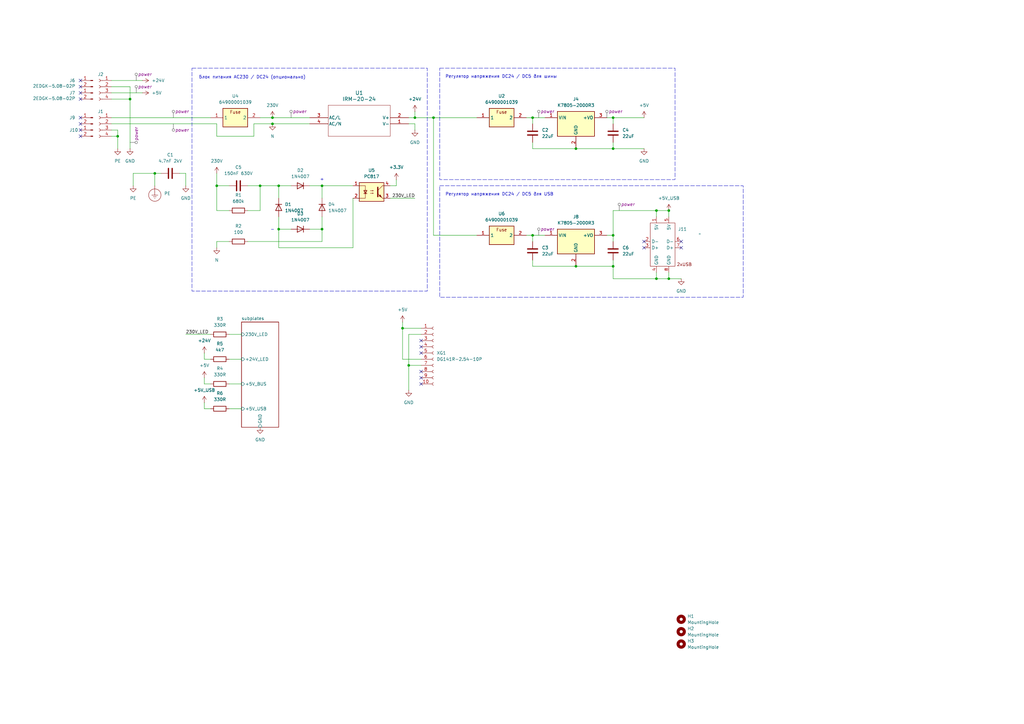
<source format=kicad_sch>
(kicad_sch (version 20231120) (generator "eeschema") (generator_version "8.0")
  (paper "A3")
  (title_block (title "${article} v${version}"))
  (lib_symbols
    (symbol "Mechanical:MountingHole" (pin_names (offset 1.016)) (exclude_from_sim yes) (in_bom no)
      (property "Reference" "H" (at 0 5.08 0))
      (property "Value" "MountingHole" (at 0 3.175 0))
      (symbol "MountingHole_0_1"
        (circle (center 0 0) (radius 1.27) (stroke (width 1.27)))
      )
    )
    (symbol "NextPCB:PC817" (pin_names (offset 1.016))
      (property "Reference" "U" (at -5.08 5.08 0))
      (property "Value" "PC817" (at 0 5.08 0))
      (symbol "PC817_0_1"
        (rectangle (start -5.08 3.81) (end 5.08 -3.81) (stroke (width 0.254)) (fill (type background)))
        (polyline (pts (xy -3.175 -0.635) (xy -1.905 -0.635)) (stroke (width 0.254)))
        (polyline (pts (xy 2.54 0.635) (xy 4.445 2.54)))
        (polyline (pts (xy 4.445 -2.54) (xy 2.54 -0.635)) (fill (type outline)))
        (polyline (pts (xy 4.445 -2.54) (xy 5.08 -2.54)))
        (polyline (pts (xy 4.445 2.54) (xy 5.08 2.54)))
        (polyline (pts (xy -5.08 2.54) (xy -2.54 2.54) (xy -2.54 -0.635)))
        (polyline (pts (xy -2.54 -0.635) (xy -2.54 -2.54) (xy -5.08 -2.54)))
        (polyline (pts (xy 2.54 1.905) (xy 2.54 -1.905) (xy 2.54 -1.905)) (stroke (width 0.508)))
        (polyline (pts (xy -2.54 -0.635) (xy -3.175 0.635) (xy -1.905 0.635) (xy -2.54 -0.635)) (stroke (width 0.254)))
        (polyline (pts (xy -0.508 -0.508) (xy 0.762 -0.508) (xy 0.381 -0.635) (xy 0.381 -0.381) (xy 0.762 -0.508)))
        (polyline (pts (xy -0.508 0.508) (xy 0.762 0.508) (xy 0.381 0.381) (xy 0.381 0.635) (xy 0.762 0.508)))
        (polyline (pts (xy 3.048 -1.651) (xy 3.556 -1.143) (xy 4.064 -2.159) (xy 3.048 -1.651) (xy 3.048 -1.651)) (fill (type outline)))
      )
      (symbol "PC817_1_1"
        (pin passive line (at -7.62 2.54 0) (length 2.54) (name "~") (number "1"))
        (pin passive line (at -7.62 -2.54 0) (length 2.54) (name "~") (number "2"))
        (pin passive line (at 7.62 -2.54 180) (length 2.54) (name "~") (number "3"))
        (pin passive line (at 7.62 2.54 180) (length 2.54) (name "~") (number "4"))
      )
    )
    (symbol "kicad_inventree_lib:1N4007" (pin_numbers hide) (pin_names hide)
      (property "Reference" "D" (at 0 2.54 0))
      (property "Value" "1N4007" (at 0 -2.54 0))
      (symbol "1N4007_0_1"
        (polyline (pts (xy -1.27 1.27) (xy -1.27 -1.27)) (stroke (width 0.254)))
        (polyline (pts (xy 1.27 0) (xy -1.27 0)))
        (polyline (pts (xy 1.27 1.27) (xy 1.27 -1.27) (xy -1.27 0) (xy 1.27 1.27)) (stroke (width 0.254)))
      )
      (symbol "1N4007_1_1"
        (pin passive line (at -3.81 0 0) (length 2.54) (name "K") (number "1"))
        (pin passive line (at 3.81 0 180) (length 2.54) (name "A") (number "2"))
      )
    )
    (symbol "kicad_inventree_lib:C_150nF_630V_1210" (pin_numbers hide) (pin_names (offset 0.254))
      (property "Reference" "C" (at 0.635 2.54 0))
      (property "Value" "150nF 630V" (at 0.635 -2.54 0))
      (symbol "C_150nF_630V_1210_0_1"
        (polyline (pts (xy -2.032 -0.762) (xy 2.032 -0.762)) (stroke (width 0.508)))
        (polyline (pts (xy -2.032 0.762) (xy 2.032 0.762)) (stroke (width 0.508)))
      )
      (symbol "C_150nF_630V_1210_1_1"
        (pin passive line (at 0 3.81 270) (length 2.794) (name "~") (number "1"))
        (pin passive line (at 0 -3.81 90) (length 2.794) (name "~") (number "2"))
      )
    )
    (symbol "kicad_inventree_lib:C_22uF_50V_2220" (pin_numbers hide) (pin_names (offset 0.254))
      (property "Reference" "C" (at 0.635 2.54 0))
      (property "Value" "22uF" (at 0.635 -2.54 0))
      (symbol "C_22uF_50V_2220_0_1"
        (polyline (pts (xy -2.032 -0.762) (xy 2.032 -0.762)) (stroke (width 0.508)))
        (polyline (pts (xy -2.032 0.762) (xy 2.032 0.762)) (stroke (width 0.508)))
      )
      (symbol "C_22uF_50V_2220_1_1"
        (pin passive line (at 0 3.81 270) (length 2.794) (name "~") (number "1"))
        (pin passive line (at 0 -3.81 90) (length 2.794) (name "~") (number "2"))
      )
    )
    (symbol "kicad_inventree_lib:C_4.7nF_2kV_1812" (pin_numbers hide) (pin_names (offset 0.254))
      (property "Reference" "C" (at 0.635 2.54 0))
      (property "Value" "4.7nF 2kV" (at 0.635 -2.54 0))
      (symbol "C_4.7nF_2kV_1812_0_1"
        (polyline (pts (xy -2.032 -0.762) (xy 2.032 -0.762)) (stroke (width 0.508)))
        (polyline (pts (xy -2.032 0.762) (xy 2.032 0.762)) (stroke (width 0.508)))
      )
      (symbol "C_4.7nF_2kV_1812_1_1"
        (pin passive line (at 0 3.81 270) (length 2.794) (name "~") (number "1"))
        (pin passive line (at 0 -3.81 90) (length 2.794) (name "~") (number "2"))
      )
    )
    (symbol "kicad_inventree_lib:DG141R-2.54-10P" (pin_names (offset 1.016) hide)
      (property "Reference" "XG" (at 0 12.7 0))
      (property "Value" "DG141R-2.54-10P" (at 0 -15.24 0))
      (symbol "DG141R-2.54-10P_1_1"
        (arc (start 0 -12.192) (mid -0.5058 -12.7) (end 0 -13.208) (stroke (width 0.1524)))
        (arc (start 0 -9.652) (mid -0.5058 -10.16) (end 0 -10.668) (stroke (width 0.1524)))
        (arc (start 0 -7.112) (mid -0.5058 -7.62) (end 0 -8.128) (stroke (width 0.1524)))
        (arc (start 0 -4.572) (mid -0.5058 -5.08) (end 0 -5.588) (stroke (width 0.1524)))
        (arc (start 0 -2.032) (mid -0.5058 -2.54) (end 0 -3.048) (stroke (width 0.1524)))
        (polyline (pts (xy -1.27 -12.7) (xy -0.508 -12.7)) (stroke (width 0.1524)))
        (polyline (pts (xy -1.27 -10.16) (xy -0.508 -10.16)) (stroke (width 0.1524)))
        (polyline (pts (xy -1.27 -7.62) (xy -0.508 -7.62)) (stroke (width 0.1524)))
        (polyline (pts (xy -1.27 -5.08) (xy -0.508 -5.08)) (stroke (width 0.1524)))
        (polyline (pts (xy -1.27 -2.54) (xy -0.508 -2.54)) (stroke (width 0.1524)))
        (polyline (pts (xy -1.27 0) (xy -0.508 0)) (stroke (width 0.1524)))
        (polyline (pts (xy -1.27 2.54) (xy -0.508 2.54)) (stroke (width 0.1524)))
        (polyline (pts (xy -1.27 5.08) (xy -0.508 5.08)) (stroke (width 0.1524)))
        (polyline (pts (xy -1.27 7.62) (xy -0.508 7.62)) (stroke (width 0.1524)))
        (polyline (pts (xy -1.27 10.16) (xy -0.508 10.16)) (stroke (width 0.1524)))
        (arc (start 0 0.508) (mid -0.5058 0) (end 0 -0.508) (stroke (width 0.1524)))
        (arc (start 0 3.048) (mid -0.5058 2.54) (end 0 2.032) (stroke (width 0.1524)))
        (arc (start 0 5.588) (mid -0.5058 5.08) (end 0 4.572) (stroke (width 0.1524)))
        (arc (start 0 8.128) (mid -0.5058 7.62) (end 0 7.112) (stroke (width 0.1524)))
        (arc (start 0 10.668) (mid -0.5058 10.16) (end 0 9.652) (stroke (width 0.1524)))
        (pin passive line (at -5.08 10.16 0) (length 3.81) (name "Pin_1") (number "1"))
        (pin passive line (at -5.08 -12.7 0) (length 3.81) (name "Pin_10") (number "10"))
        (pin passive line (at -5.08 7.62 0) (length 3.81) (name "Pin_2") (number "2"))
        (pin passive line (at -5.08 5.08 0) (length 3.81) (name "Pin_3") (number "3"))
        (pin passive line (at -5.08 2.54 0) (length 3.81) (name "Pin_4") (number "4"))
        (pin passive line (at -5.08 0 0) (length 3.81) (name "Pin_5") (number "5"))
        (pin passive line (at -5.08 -2.54 0) (length 3.81) (name "Pin_6") (number "6"))
        (pin passive line (at -5.08 -5.08 0) (length 3.81) (name "Pin_7") (number "7"))
        (pin passive line (at -5.08 -7.62 0) (length 3.81) (name "Pin_8") (number "8"))
        (pin passive line (at -5.08 -10.16 0) (length 3.81) (name "Pin_9") (number "9"))
      )
    )
    (symbol "kicad_inventree_lib:Degson_2EDGK-5.08-02P" (pin_names (offset 1.016) hide) (on_board no)
      (property "Reference" "J" (at 0 2.54 0))
      (property "Value" "2EDGK-5.08-02P" (at 0 -5.08 0))
      (symbol "Degson_2EDGK-5.08-02P_1_1"
        (rectangle (start -4.2164 -2.413) (end -5.08 -2.667) (stroke (width 0.1524)) (fill (type outline)))
        (rectangle (start -4.2164 0.127) (end -5.08 -0.127) (stroke (width 0.1524)) (fill (type outline)))
        (polyline (pts (xy -3.81 -2.54) (xy -4.2164 -2.54)) (stroke (width 0.1524)))
        (polyline (pts (xy -3.81 0) (xy -4.2164 0)) (stroke (width 0.1524)))
        (pin passive line (at 0 0 180) (length 3.81) (name "Pin_1") (number "1"))
        (pin passive line (at 0 -2.54 180) (length 3.81) (name "Pin_2") (number "2"))
      )
    )
    (symbol "kicad_inventree_lib:Degson_2EDGR-5.08-04P" (pin_names (offset 1.016) hide)
      (property "Reference" "J" (at 0 5.334 0))
      (property "Value" "2EDGR-5.08-04P" (at -0.254 2.794 0))
      (symbol "Degson_2EDGR-5.08-04P_1_1"
        (polyline (pts (xy 1.27 -7.62) (xy 2.032 -7.62)) (stroke (width 0.1524)))
        (polyline (pts (xy 1.27 -5.08) (xy 2.032 -5.08)) (stroke (width 0.1524)))
        (polyline (pts (xy 1.27 -2.54) (xy 2.032 -2.54)) (stroke (width 0.1524)))
        (polyline (pts (xy 1.27 0) (xy 2.032 0)) (stroke (width 0.1524)))
        (arc (start 2.54 -7.112) (mid 2.0342 -7.62) (end 2.54 -8.128) (stroke (width 0.1524)))
        (arc (start 2.54 -4.572) (mid 2.0342 -5.08) (end 2.54 -5.588) (stroke (width 0.1524)))
        (arc (start 2.54 -2.032) (mid 2.0342 -2.54) (end 2.54 -3.048) (stroke (width 0.1524)))
        (arc (start 2.54 0.508) (mid 2.0342 0) (end 2.54 -0.508) (stroke (width 0.1524)))
        (pin passive line (at -2.54 0 0) (length 3.81) (name "Pin_1") (number "1"))
        (pin passive line (at -2.54 -2.54 0) (length 3.81) (name "Pin_2") (number "2"))
        (pin passive line (at -2.54 -5.08 0) (length 3.81) (name "Pin_3") (number "3"))
        (pin passive line (at -2.54 -7.62 0) (length 3.81) (name "Pin_4") (number "4"))
      )
    )
    (symbol "kicad_inventree_lib:Fuseholder"
      (property "Reference" "U" (at -0.762 5.588 0))
      (property "Value" "64900001039" (at -6.35 3.302 0))
      (symbol "Fuseholder_1_1"
        (rectangle (start -5.08 0) (end 5.08 -7.62) (stroke (width 0.254)) (fill (type background)))
        (text "Fuse" (at 0 -1.524 0) (effects (font (size 1.27 1.27))))
        (pin passive line (at -10.16 -3.81 0) (length 5.08) (name "1") (number "1"))
        (pin passive line (at 10.16 -3.81 180) (length 5.08) (name "2") (number "2"))
      )
    )
    (symbol "kicad_inventree_lib:IRM-20-24" (pin_names (offset 0.254))
      (property "Reference" "U" (at 0 5.08 0))
      (property "Value" "IRM-20-24" (at 0 2.54 0))
      (symbol "IRM-20-24_0_1"
        (polyline (pts (xy -12.7 -12.7) (xy 12.7 -12.7)) (stroke (width 0.127)))
        (polyline (pts (xy -12.7 0) (xy -12.7 -12.7)) (stroke (width 0.127)))
        (polyline (pts (xy 12.7 -12.7) (xy 12.7 0)) (stroke (width 0.127)))
        (polyline (pts (xy 12.7 0) (xy -12.7 0)) (stroke (width 0.127)))
        (pin power_in line (at 20.32 -7.62 180) (length 7.62) (name "V-") (number "1"))
        (pin power_in line (at 20.32 -5.08 180) (length 7.62) (name "V+") (number "2"))
        (pin unspecified line (at -20.32 -5.08 0) (length 7.62) (name "AC/L") (number "3"))
        (pin unspecified line (at -20.32 -7.62 0) (length 7.62) (name "AC/N") (number "4"))
      )
    )
    (symbol "kicad_inventree_lib:K7805-2000R3"
      (property "Reference" "J" (at -0.762 6.35 0))
      (property "Value" "K7805-2000R3" (at -7.112 3.556 0))
      (symbol "K7805-2000R3_1_1"
        (rectangle (start -7.62 0) (end 7.62 -10.16) (stroke (width 0.254)) (fill (type background)))
        (pin passive line (at -12.7 -2.54 0) (length 5.08) (name "VIN") (number "1"))
        (pin passive line (at 0 -15.24 90) (length 5.08) (name "GND") (number "2"))
        (pin passive line (at 12.7 -2.54 180) (length 5.08) (name "+VO") (number "3"))
      )
    )
    (symbol "kicad_inventree_lib:PE" (pin_numbers hide) (pin_names (offset 0) hide) (in_bom no)
      (property "Value" "PE" (at 0 -7.62 0))
      (symbol "PE_0_1"
        (circle (center 0 -3.81) (radius 2.54))
        (polyline (pts (xy -0.635 -4.445) (xy 0.635 -4.445)))
        (polyline (pts (xy -0.127 -5.08) (xy 0.127 -5.08)))
        (polyline (pts (xy 0 -3.81) (xy 0 0)))
        (polyline (pts (xy 1.27 -3.81) (xy -1.27 -3.81)))
      )
      (symbol "PE_1_1"
        (pin power_in line (at 0 0 270) (length 0) (name "~") (number "1"))
      )
    )
    (symbol "kicad_inventree_lib:R_100_1206_1%" (pin_numbers hide) (pin_names (offset 0))
      (property "Reference" "R" (at 2.032 0 90))
      (property "Value" "100" (at 0 0 90))
      (symbol "R_100_1206_1%_0_1"
        (rectangle (start -1.016 -2.54) (end 1.016 2.54) (stroke (width 0.254)))
      )
      (symbol "R_100_1206_1%_1_1"
        (pin passive line (at 0 3.81 270) (length 1.27) (name "~") (number "1"))
        (pin passive line (at 0 -3.81 90) (length 1.27) (name "~") (number "2"))
      )
    )
    (symbol "kicad_inventree_lib:R_330R_1206_1%" (pin_numbers hide) (pin_names (offset 0))
      (property "Reference" "R" (at 2.032 0 90))
      (property "Value" "330R" (at 0 0 90))
      (symbol "R_330R_1206_1%_0_1"
        (rectangle (start -1.016 -2.54) (end 1.016 2.54) (stroke (width 0.254)))
      )
      (symbol "R_330R_1206_1%_1_1"
        (pin passive line (at 0 3.81 270) (length 1.27) (name "~") (number "1"))
        (pin passive line (at 0 -3.81 90) (length 1.27) (name "~") (number "2"))
      )
    )
    (symbol "kicad_inventree_lib:R_4k7_1206_1%" (pin_numbers hide) (pin_names (offset 0))
      (property "Reference" "R" (at 2.032 0 90))
      (property "Value" "4k7" (at 0 0 90))
      (symbol "R_4k7_1206_1%_0_1"
        (rectangle (start -1.016 -2.54) (end 1.016 2.54) (stroke (width 0.254)))
      )
      (symbol "R_4k7_1206_1%_1_1"
        (pin passive line (at 0 3.81 270) (length 1.27) (name "~") (number "1"))
        (pin passive line (at 0 -3.81 90) (length 1.27) (name "~") (number "2"))
      )
    )
    (symbol "kicad_inventree_lib:R_680k_1206_1%" (pin_numbers hide) (pin_names (offset 0))
      (property "Reference" "R" (at 2.032 0 90))
      (property "Value" "680k" (at 0 0 90))
      (symbol "R_680k_1206_1%_0_1"
        (rectangle (start -1.016 -2.54) (end 1.016 2.54) (stroke (width 0.254)))
      )
      (symbol "R_680k_1206_1%_1_1"
        (pin passive line (at 0 3.81 270) (length 1.27) (name "~") (number "1"))
        (pin passive line (at 0 -3.81 90) (length 1.27) (name "~") (number "2"))
      )
    )
    (symbol "kicad_inventree_lib:XKB_U224-081N-1WR61"
      (property "Reference" "J" (at 6.858 -8.382 0))
      (symbol "XKB_U224-081N-1WR61_0_1"
        (rectangle (start -5.08 -7.62) (end 5.08 -25.4))
      )
      (symbol "XKB_U224-081N-1WR61_1_1"
        (text "2xUSB" (at 8.89 -24.638 0) (effects (font (size 1.27 1.27))))
        (pin input line (at -2.54 -5.08 270) (length 2.54) (name "5V") (number "1"))
        (pin input line (at -7.62 -15.24 0) (length 2.54) (name "D-") (number "2"))
        (pin input line (at -7.62 -17.78 0) (length 2.54) (name "D+") (number "3"))
        (pin input line (at -2.54 -27.94 90) (length 2.54) (name "GND") (number "4"))
        (pin input line (at 2.54 -5.08 270) (length 2.54) (name "5V") (number "5"))
        (pin input line (at 7.62 -15.24 180) (length 2.54) (name "D-") (number "6"))
        (pin input line (at 7.62 -17.78 180) (length 2.54) (name "D+") (number "7"))
        (pin input line (at 2.54 -27.94 90) (length 2.54) (name "GND") (number "8"))
      )
    )
    (symbol "power:+24V" (power) (pin_numbers hide) (pin_names (offset 0) hide)
      (property "Value" "+24V" (at 0 3.556 0))
      (symbol "+24V_0_1"
        (polyline (pts (xy -0.762 1.27) (xy 0 2.54)))
        (polyline (pts (xy 0 0) (xy 0 2.54)))
        (polyline (pts (xy 0 2.54) (xy 0.762 1.27)))
      )
      (symbol "+24V_1_1"
        (pin power_in line (at 0 0 90) (length 0) (name "~") (number "1"))
      )
    )
    (symbol "power:+3.3V" (power) (pin_numbers hide) (pin_names (offset 0) hide)
      (property "Value" "+3.3V" (at 0 3.556 0))
      (symbol "+3.3V_0_1"
        (polyline (pts (xy -0.762 1.27) (xy 0 2.54)))
        (polyline (pts (xy 0 0) (xy 0 2.54)))
        (polyline (pts (xy 0 2.54) (xy 0.762 1.27)))
      )
      (symbol "+3.3V_1_1"
        (pin power_in line (at 0 0 90) (length 0) (name "~") (number "1"))
      )
    )
    (symbol "power:+5V" (power) (pin_numbers hide) (pin_names (offset 0) hide)
      (property "Value" "+5V" (at 0 3.556 0))
      (symbol "+5V_0_1"
        (polyline (pts (xy -0.762 1.27) (xy 0 2.54)))
        (polyline (pts (xy 0 0) (xy 0 2.54)))
        (polyline (pts (xy 0 2.54) (xy 0.762 1.27)))
      )
      (symbol "+5V_1_1"
        (pin power_in line (at 0 0 90) (length 0) (name "~") (number "1"))
      )
    )
    (symbol "power:GND" (power) (pin_numbers hide) (pin_names (offset 0) hide)
      (property "Value" "GND" (at 0 -3.81 0))
      (symbol "GND_0_1"
        (polyline (pts (xy 0 0) (xy 0 -1.27) (xy 1.27 -1.27) (xy 0 -2.54) (xy -1.27 -1.27) (xy 0 -1.27)))
      )
      (symbol "GND_1_1"
        (pin power_in line (at 0 0 270) (length 0) (name "~") (number "1"))
      )
    )
  )
  (junction (at 274.32 114.3))
  (junction (at 218.44 48.26))
  (junction (at 170.18 48.26))
  (junction (at 236.22 60.96))
  (junction (at 53.34 40.64))
  (junction (at 132.08 93.98))
  (junction (at 114.3 76.2))
  (junction (at 111.76 48.26))
  (junction (at 88.9 76.2))
  (junction (at 48.26 55.88))
  (junction (at 251.46 96.52))
  (junction (at 251.46 109.22))
  (junction (at 63.5 71.12))
  (junction (at 165.1 134.62))
  (junction (at 269.24 86.36))
  (junction (at 274.32 86.36))
  (junction (at 177.8 48.26))
  (junction (at 167.64 149.86))
  (junction (at 132.08 76.2))
  (junction (at 251.46 60.96))
  (junction (at 269.24 114.3))
  (junction (at 236.22 109.22))
  (junction (at 251.46 48.26))
  (junction (at 111.76 50.8))
  (junction (at 114.3 93.98))
  (junction (at 106.68 76.2))
  (junction (at 218.44 96.52))
  (no_connect (at 279.4 99.06))
  (no_connect (at 33.02 53.34))
  (no_connect (at 33.02 40.64))
  (no_connect (at 172.72 139.7))
  (no_connect (at 264.16 99.06))
  (no_connect (at 172.72 152.4))
  (no_connect (at 172.72 154.94))
  (no_connect (at 33.02 33.02))
  (no_connect (at 33.02 50.8))
  (no_connect (at 33.02 35.56))
  (no_connect (at 264.16 101.6))
  (no_connect (at 33.02 38.1))
  (no_connect (at 279.4 101.6))
  (no_connect (at 172.72 142.24))
  (no_connect (at 172.72 144.78))
  (no_connect (at 33.02 55.88))
  (no_connect (at 33.02 48.26))
  (no_connect (at 172.72 157.48))
  (wire (pts (xy 48.26 53.34) (xy 45.72 53.34)))
  (wire (pts (xy 172.72 137.16) (xy 167.64 137.16)))
  (wire (pts (xy 53.34 40.64) (xy 53.34 35.56)))
  (wire (pts (xy 48.26 60.96) (xy 48.26 55.88)))
  (wire (pts (xy 114.3 88.9) (xy 114.3 93.98)))
  (wire (pts (xy 215.9 48.26) (xy 218.44 48.26)))
  (wire (pts (xy 54.61 71.12) (xy 63.5 71.12)))
  (wire (pts (xy 132.08 76.2) (xy 144.78 76.2)))
  (wire (pts (xy 274.32 111.76) (xy 274.32 114.3)))
  (wire (pts (xy 86.36 147.32) (xy 83.82 147.32)))
  (wire (pts (xy 251.46 58.42) (xy 251.46 60.96)))
  (wire (pts (xy 104.14 50.8) (xy 111.76 50.8)))
  (wire (pts (xy 162.56 76.2) (xy 160.02 76.2)))
  (wire (pts (xy 88.9 50.8) (xy 88.9 55.88)))
  (wire (pts (xy 63.5 71.12) (xy 63.5 76.2)))
  (wire (pts (xy 53.34 35.56) (xy 45.72 35.56)))
  (wire (pts (xy 218.44 60.96) (xy 236.22 60.96)))
  (wire (pts (xy 83.82 154.94) (xy 83.82 157.48)))
  (wire (pts (xy 104.14 50.8) (xy 104.14 55.88)))
  (wire (pts (xy 167.64 137.16) (xy 167.64 149.86)))
  (wire (pts (xy 114.3 76.2) (xy 114.3 81.28)))
  (wire (pts (xy 269.24 86.36) (xy 269.24 88.9)))
  (wire (pts (xy 251.46 96.52) (xy 251.46 99.06)))
  (wire (pts (xy 167.64 48.26) (xy 170.18 48.26)))
  (wire (pts (xy 132.08 93.98) (xy 132.08 88.9)))
  (wire (pts (xy 93.98 147.32) (xy 99.06 147.32)))
  (wire (pts (xy 106.68 48.26) (xy 111.76 48.26)))
  (wire (pts (xy 251.46 114.3) (xy 269.24 114.3)))
  (wire (pts (xy 101.6 99.06) (xy 132.08 99.06)))
  (wire (pts (xy 76.2 137.16) (xy 86.36 137.16)))
  (wire (pts (xy 165.1 134.62) (xy 165.1 132.08)))
  (wire (pts (xy 114.3 76.2) (xy 119.38 76.2)))
  (wire (pts (xy 88.9 99.06) (xy 93.98 99.06)))
  (wire (pts (xy 144.78 101.6) (xy 144.78 81.28)))
  (wire (pts (xy 48.26 55.88) (xy 48.26 53.34)))
  (wire (pts (xy 218.44 48.26) (xy 223.52 48.26)))
  (wire (pts (xy 93.98 137.16) (xy 99.06 137.16)))
  (wire (pts (xy 45.72 38.1) (xy 58.42 38.1)))
  (wire (pts (xy 111.76 48.26) (xy 127 48.26)))
  (wire (pts (xy 251.46 48.26) (xy 251.46 50.8)))
  (wire (pts (xy 236.22 60.96) (xy 251.46 60.96)))
  (wire (pts (xy 274.32 88.9) (xy 274.32 86.36)))
  (wire (pts (xy 114.3 93.98) (xy 119.38 93.98)))
  (wire (pts (xy 106.68 76.2) (xy 114.3 76.2)))
  (wire (pts (xy 167.64 149.86) (xy 172.72 149.86)))
  (wire (pts (xy 93.98 167.64) (xy 99.06 167.64)))
  (wire (pts (xy 132.08 99.06) (xy 132.08 93.98)))
  (wire (pts (xy 274.32 114.3) (xy 279.4 114.3)))
  (wire (pts (xy 218.44 109.22) (xy 236.22 109.22)))
  (wire (pts (xy 88.9 86.36) (xy 88.9 76.2)))
  (wire (pts (xy 111.76 50.8) (xy 127 50.8)))
  (wire (pts (xy 106.68 86.36) (xy 106.68 76.2)))
  (wire (pts (xy 218.44 96.52) (xy 218.44 99.06)))
  (wire (pts (xy 170.18 50.8) (xy 170.18 53.34)))
  (wire (pts (xy 269.24 114.3) (xy 274.32 114.3)))
  (wire (pts (xy 93.98 86.36) (xy 88.9 86.36)))
  (wire (pts (xy 172.72 147.32) (xy 165.1 147.32)))
  (wire (pts (xy 167.64 149.86) (xy 167.64 160.02)))
  (wire (pts (xy 127 93.98) (xy 132.08 93.98)))
  (wire (pts (xy 45.72 40.64) (xy 53.34 40.64)))
  (wire (pts (xy 218.44 109.22) (xy 218.44 106.68)))
  (wire (pts (xy 114.3 101.6) (xy 144.78 101.6)))
  (wire (pts (xy 88.9 55.88) (xy 104.14 55.88)))
  (wire (pts (xy 218.44 48.26) (xy 218.44 50.8)))
  (wire (pts (xy 177.8 48.26) (xy 195.58 48.26)))
  (wire (pts (xy 114.3 101.6) (xy 114.3 93.98)))
  (wire (pts (xy 45.72 48.26) (xy 86.36 48.26)))
  (wire (pts (xy 160.02 81.28) (xy 170.18 81.28)))
  (wire (pts (xy 83.82 165.1) (xy 83.82 167.64)))
  (wire (pts (xy 177.8 96.52) (xy 177.8 48.26)))
  (wire (pts (xy 45.72 55.88) (xy 48.26 55.88)))
  (wire (pts (xy 76.2 71.12) (xy 76.2 76.2)))
  (wire (pts (xy 195.58 96.52) (xy 177.8 96.52)))
  (wire (pts (xy 101.6 76.2) (xy 106.68 76.2)))
  (wire (pts (xy 83.82 147.32) (xy 83.82 144.78)))
  (wire (pts (xy 54.61 76.2) (xy 54.61 71.12)))
  (wire (pts (xy 248.92 48.26) (xy 251.46 48.26)))
  (wire (pts (xy 251.46 86.36) (xy 251.46 96.52)))
  (wire (pts (xy 170.18 48.26) (xy 170.18 45.72)))
  (wire (pts (xy 165.1 147.32) (xy 165.1 134.62)))
  (wire (pts (xy 251.46 48.26) (xy 264.16 48.26)))
  (wire (pts (xy 162.56 73.66) (xy 162.56 76.2)))
  (wire (pts (xy 269.24 86.36) (xy 251.46 86.36)))
  (wire (pts (xy 218.44 96.52) (xy 223.52 96.52)))
  (wire (pts (xy 269.24 111.76) (xy 269.24 114.3)))
  (wire (pts (xy 83.82 157.48) (xy 86.36 157.48)))
  (wire (pts (xy 73.66 71.12) (xy 76.2 71.12)))
  (wire (pts (xy 132.08 81.28) (xy 132.08 76.2)))
  (wire (pts (xy 251.46 106.68) (xy 251.46 109.22)))
  (wire (pts (xy 170.18 48.26) (xy 177.8 48.26)))
  (wire (pts (xy 66.04 71.12) (xy 63.5 71.12)))
  (wire (pts (xy 93.98 157.48) (xy 99.06 157.48)))
  (wire (pts (xy 215.9 96.52) (xy 218.44 96.52)))
  (wire (pts (xy 248.92 96.52) (xy 251.46 96.52)))
  (wire (pts (xy 45.72 33.02) (xy 58.42 33.02)))
  (wire (pts (xy 236.22 109.22) (xy 251.46 109.22)))
  (wire (pts (xy 101.6 86.36) (xy 106.68 86.36)))
  (wire (pts (xy 45.72 50.8) (xy 88.9 50.8)))
  (wire (pts (xy 88.9 76.2) (xy 88.9 71.12)))
  (wire (pts (xy 132.08 76.2) (xy 127 76.2)))
  (wire (pts (xy 53.34 40.64) (xy 53.34 60.96)))
  (wire (pts (xy 274.32 86.36) (xy 269.24 86.36)))
  (wire (pts (xy 83.82 167.64) (xy 86.36 167.64)))
  (wire (pts (xy 172.72 134.62) (xy 165.1 134.62)))
  (wire (pts (xy 93.98 76.2) (xy 88.9 76.2)))
  (wire (pts (xy 167.64 50.8) (xy 170.18 50.8)))
  (wire (pts (xy 251.46 60.96) (xy 264.16 60.96)))
  (wire (pts (xy 251.46 114.3) (xy 251.46 109.22)))
  (wire (pts (xy 88.9 101.6) (xy 88.9 99.06)))
  (wire (pts (xy 218.44 60.96) (xy 218.44 58.42)))
  (rectangle (start 180.34 27.94) (end 276.86 73.66) (stroke (width 0) (type dash)))
  (rectangle (start 78.74 27.94) (end 175.26 119.38) (stroke (width 0) (type dash)))
  (rectangle (start 180.34 76.2) (end 304.8 121.92) (stroke (width 0) (type dash)))
  (text "-" (at 111.76 94.234 0) (effects (font (size 1.27 1.27))))
  (text "Блок питания AC230 / DC24 (опционально)" (at 81.534 31.75 0) (effects (font (size 1.27 1.27)) (justify left)))
  (text "Регулятор напряжения DC24 / DC5 для шины" (at 182.626 31.496 0) (effects (font (size 1.27 1.27)) (justify left)))
  (text "Регулятор напряжения DC24 / DC5 для USB" (at 182.626 79.756 0) (effects (font (size 1.27 1.27)) (justify left)))
  (text "+" (at 132.08 73.66 0) (effects (font (size 1.27 1.27))))
  (label "230V_LED" (at 170.18 81.28 180))
  (label "230V_LED" (at 76.2 137.16 0))
  (netclass_flag "" (length 2.54) (shape round) (at 55.88 38.1 0) (property "Netclass" "power" (at 56.5785 35.56 0) (effects (font (italic yes)) (justify left))))
  (netclass_flag "" (length 2.54) (shape round) (at 55.88 33.02 0) (property "Netclass" "power" (at 56.5785 30.48 0) (effects (font (italic yes)) (justify left))))
  (netclass_flag "" (length 2.54) (shape round) (at 53.34 58.42 270) (property "Netclass" "power" (at 55.88 57.7215 90) (effects (font (italic yes)) (justify left))))
  (netclass_flag "" (length 2.54) (shape round) (at 220.98 48.26 0) (property "Netclass" "power" (at 221.6785 45.72 0) (effects (font (italic yes)) (justify left))))
  (netclass_flag "" (length 2.54) (shape round) (at 248.92 48.26 0) (property "Netclass" "power" (at 249.6185 45.72 0) (effects (font (italic yes)) (justify left))))
  (netclass_flag "" (length 2.54) (shape round) (at 119.38 48.26 0) (property "Netclass" "power" (at 120.0785 45.72 0) (effects (font (italic yes)) (justify left))))
  (netclass_flag "" (length 2.54) (shape round) (at 254 86.36 0) (property "Netclass" "power" (at 254.6985 83.82 0) (effects (font (italic yes)) (justify left))))
  (netclass_flag "" (length 2.54) (shape round) (at 71.12 50.8 180) (property "Netclass" "power" (at 71.8185 53.34 0) (effects (font (italic yes)) (justify left))))
  (netclass_flag "" (length 2.54) (shape round) (at 71.12 48.26 0) (property "Netclass" "power" (at 71.8185 45.72 0) (effects (font (italic yes)) (justify left))))
  (netclass_flag "" (length 2.54) (shape round) (at 220.98 96.52 0) (property "Netclass" "power" (at 221.6785 93.98 0) (effects (font (italic yes)) (justify left))))
  (symbol (lib_id "kicad_inventree_lib:C_22uF_50V_2220") (at 251.46 54.61 0) (unit 1)
    (property "Reference" "C4" (at 255.27 53.3399 0) (effects (justify left)))
    (property "Value" "22uF" (at 255.27 55.8799 0) (effects (justify left)))
    (property "Footprint" "kicad_inventree_lib:C_2220_5750Metric_Pad1.97x5.40mm_HandSolder" (effects (hide yes)))
    (property "Datasheet" "http://inventree.network/part/99/" (effects (hide yes)))
    (property "Description" "Unpolarized capacitor" (effects (hide yes)))
    (property "part_ipn" "C_22uF_50V_2220" (effects (hide yes)))
  )
  (symbol (lib_id "power:+24V") (at 58.42 33.02 270) (unit 1)
    (property "Reference" "#PWR09" (effects (hide yes)))
    (property "Value" "+24V" (at 62.23 33.0199 90) (effects (justify left)))
    (property "Description" "Power symbol creates a global label with name \"+24V\"" (effects (hide yes)))
  )
  (symbol (lib_id "kicad_inventree_lib:C_150nF_630V_1210") (at 97.79 76.2 90) (unit 1)
    (property "Reference" "C5" (at 97.79 68.58 90))
    (property "Value" "150nF 630V" (at 97.79 71.12 90))
    (property "Footprint" "Capacitor_SMD:C_1210_3225Metric_Pad1.33x2.70mm_HandSolder" (effects (hide yes)))
    (property "Datasheet" "http://inventree.network/part/174/" (effects (hide yes)))
    (property "Description" "Unpolarized capacitor" (effects (hide yes)))
    (property "part_ipn" "C_150nF_630V_1210" (effects (hide yes)))
  )
  (symbol (lib_id "kicad_inventree_lib:PE") (at 63.5 76.2 0) (unit 1) (in_bom no)
    (property "Reference" "PE1" (effects (hide yes)))
    (property "Value" "PE" (at 67.31 79.3749 0) (effects (justify left)))
    (property "Footprint" "kicad_inventree_lib:PE" (effects (hide yes)))
    (property "Description" "Power symbol creates a global label with name \"Earth_Protective\"" (effects (hide yes)))
  )
  (symbol (lib_id "kicad_inventree_lib:R_680k_1206_1%") (at 97.79 86.36 90) (unit 1)
    (property "Reference" "R1" (at 97.79 80.01 90))
    (property "Value" "680k" (at 97.79 82.55 90))
    (property "Footprint" "Resistor_SMD:R_1206_3216Metric_Pad1.30x1.75mm_HandSolder" (effects (hide yes)))
    (property "Datasheet" "http://inventree.network/part/147/" (effects (hide yes)))
    (property "Description" "Resistor" (effects (hide yes)))
    (property "part_ipn" "R_680k_1206_1%" (effects (hide yes)))
  )
  (symbol (lib_id "Mechanical:MountingHole") (at 279.4 254 0) (unit 1) (exclude_from_sim yes) (in_bom no)
    (property "Reference" "H1" (at 281.94 252.7299 0) (effects (justify left)))
    (property "Value" "MountingHole" (at 281.94 255.2699 0) (effects (justify left)))
    (property "Footprint" "MountingHole:MountingHole_3.2mm_M3" (effects (hide yes)))
    (property "Description" "Mounting Hole without connection" (effects (hide yes)))
  )
  (symbol (lib_id "kicad_inventree_lib:Degson_2EDGR-5.08-04P") (at 43.18 33.02 0) (mirror y) (unit 1)
    (property "Reference" "J2" (at 41.275 30.48 0))
    (property "Value" "2EDGR-5.08-04P" (effects (hide yes)))
    (property "Footprint" "kicad_inventree_lib:Degson_2EDGR-5.08-04P" (effects (hide yes)))
    (property "Datasheet" "http://inventree.network/part/173/" (effects (hide yes)))
    (property "Description" "01x04" (effects (hide yes)))
    (property "part_ipn" "2EDGR-5.08-04P" (effects (hide yes)))
  )
  (symbol (lib_id "power:+24V") (at 170.18 45.72 0) (unit 1)
    (property "Reference" "#PWR06" (effects (hide yes)))
    (property "Value" "+24V" (at 170.18 40.64 0))
    (property "Description" "Power symbol creates a global label with name \"+24V\"" (effects (hide yes)))
  )
  (symbol (lib_id "kicad_inventree_lib:XKB_U224-081N-1WR61") (at 271.78 83.82 0) (unit 1)
    (property "Reference" "J11" (at 279.908 93.98 0))
    (property "Value" "~" (at 287.02 95.9165 0))
    (property "Footprint" "NextPCB:XKB_U224-08XN-1WR61" (effects (hide yes)))
    (property "Datasheet" "http://inventree.network/part/5/" (effects (hide yes)))
    (property "Description" "2xUSB2.0" (effects (hide yes)))
    (property "part_ipn" "U224-081N-1WR61" (effects (hide yes)))
  )
  (symbol (lib_id "power:GND") (at 279.4 114.3 0) (unit 1)
    (property "Reference" "#PWR018" (effects (hide yes)))
    (property "Value" "GND" (at 279.4 119.38 0))
    (property "Description" "Power symbol creates a global label with name \"GND\" , ground" (effects (hide yes)))
  )
  (symbol (lib_id "power:GND") (at 111.76 50.8 0) (unit 1)
    (property "Reference" "#PWR04" (effects (hide yes)))
    (property "Value" "N" (at 111.76 55.88 0))
    (property "Description" "Power symbol creates a global label with name \"GND\" , ground" (effects (hide yes)))
  )
  (symbol (lib_id "kicad_inventree_lib:Fuseholder") (at 205.74 92.71 0) (unit 1)
    (property "Reference" "U6" (at 205.74 87.63 0))
    (property "Value" "64900001039" (at 205.74 90.17 0))
    (property "Footprint" "NextPCB:Fuseholder" (effects (hide yes)))
    (property "Datasheet" "http://inventree.network/part/23/" (effects (hide yes)))
    (property "Description" "5x20mm Fuseholder 6.3A 250V Littelfuse 6.3A PCB Mount Fuse Holder for 5 x 20mm Cartridge Fuse, 250 V" (effects (hide yes)))
    (property "Manufacturer_Name" "LITTELFUSE" (effects (hide yes)))
    (property "Manufacturer_Part_Number" "64900001039" (effects (hide yes)))
    (property "Mouser Part Number" "576-64900001039" (effects (hide yes)))
    (property "Mouser Price/Stock" "https://www.mouser.co.uk/ProductDetail/Littelfuse/64900001039?qs=hH%252BOa0VZEiArPloPoB86OA%3D%3D" (effects (hide yes)))
    (property "Arrow Part Number" "64900001039" (effects (hide yes)))
    (property "Arrow Price/Stock" "https://www.arrow.com/en/products/64900001039/littelfuse?region=nac" (effects (hide yes)))
    (property "NextPCB_url" "https://www.hqonline.com/product-detail/fuse-holders---clips---boxes-littelfuse-64900001039-1005256123" (effects (hide yes)))
    (property "NextPCB_price" "0.13489" (effects (hide yes)))
    (property "part_ipn" "64900001039" (effects (hide yes)))
  )
  (symbol (lib_id "kicad_inventree_lib:C_22uF_50V_2220") (at 218.44 54.61 0) (unit 1)
    (property "Reference" "C2" (at 222.25 53.3399 0) (effects (justify left)))
    (property "Value" "22uF" (at 222.25 55.8799 0) (effects (justify left)))
    (property "Footprint" "kicad_inventree_lib:C_2220_5750Metric_Pad1.97x5.40mm_HandSolder" (effects (hide yes)))
    (property "Datasheet" "http://inventree.network/part/99/" (effects (hide yes)))
    (property "Description" "Unpolarized capacitor" (effects (hide yes)))
    (property "part_ipn" "C_22uF_50V_2220" (effects (hide yes)))
  )
  (symbol (lib_id "power:+5V") (at 58.42 38.1 270) (unit 1)
    (property "Reference" "#PWR010" (effects (hide yes)))
    (property "Value" "+5V" (at 62.23 38.0999 90) (effects (justify left)))
    (property "Description" "Power symbol creates a global label with name \"+5V\"" (effects (hide yes)))
  )
  (symbol (lib_id "kicad_inventree_lib:1N4007") (at 114.3 85.09 270) (unit 1)
    (property "Reference" "D1" (at 116.84 83.8199 90) (effects (justify left)))
    (property "Value" "1N4007" (at 116.84 86.3599 90) (effects (justify left)))
    (property "Footprint" "Diode_SMD:D_SMA" (effects (hide yes)))
    (property "Datasheet" "http://inventree.network/part/146/" (effects (hide yes)))
    (property "Description" "1A Independent Type 1kV 1.1V@1A SMA(DO-214AC) Diodes" (effects (hide yes)))
    (property "part_ipn" "1N4007" (effects (hide yes)))
  )
  (symbol (lib_id "power:+5V") (at 83.82 144.78 0) (unit 1)
    (property "Reference" "#PWR014" (effects (hide yes)))
    (property "Value" "+24V" (at 83.82 139.7 0))
    (property "Description" "Power symbol creates a global label with name \"+5V\"" (effects (hide yes)))
  )
  (symbol (lib_id "kicad_inventree_lib:K7805-2000R3") (at 236.22 45.72 0) (unit 1)
    (property "Reference" "J4" (at 236.22 40.64 0))
    (property "Value" "K7805-2000R3" (at 236.22 43.18 0))
    (property "Footprint" "kicad_inventree_lib:K7805-2000R3" (effects (hide yes)))
    (property "Datasheet" "http://inventree.network/part/98/" (effects (hide yes)))
    (property "Description" "K7805-2000R3" (effects (hide yes)))
    (property "Height" "18" (effects (hide yes)))
    (property "Manufacturer_Name" "RS Pro" (effects (hide yes)))
    (property "Manufacturer_Part_Number" "K7805-2000R3" (effects (hide yes)))
    (property "part_ipn" "K7805-2000R3" (effects (hide yes)))
  )
  (symbol (lib_id "power:+5V") (at 88.9 71.12 0) (unit 1)
    (property "Reference" "#PWR01" (effects (hide yes)))
    (property "Value" "230V" (at 88.9 66.04 0))
    (property "Description" "Power symbol creates a global label with name \"+5V\"" (effects (hide yes)))
  )
  (symbol (lib_id "kicad_inventree_lib:Fuseholder") (at 96.52 44.45 0) (unit 1)
    (property "Reference" "U4" (at 96.52 39.37 0))
    (property "Value" "64900001039" (at 96.52 41.91 0))
    (property "Footprint" "NextPCB:Fuseholder" (effects (hide yes)))
    (property "Datasheet" "http://inventree.network/part/23/" (effects (hide yes)))
    (property "Description" "5x20mm Fuseholder 6.3A 250V Littelfuse 6.3A PCB Mount Fuse Holder for 5 x 20mm Cartridge Fuse, 250 V" (effects (hide yes)))
    (property "Manufacturer_Name" "LITTELFUSE" (effects (hide yes)))
    (property "Manufacturer_Part_Number" "64900001039" (effects (hide yes)))
    (property "Mouser Part Number" "576-64900001039" (effects (hide yes)))
    (property "Mouser Price/Stock" "https://www.mouser.co.uk/ProductDetail/Littelfuse/64900001039?qs=hH%252BOa0VZEiArPloPoB86OA%3D%3D" (effects (hide yes)))
    (property "Arrow Part Number" "64900001039" (effects (hide yes)))
    (property "Arrow Price/Stock" "https://www.arrow.com/en/products/64900001039/littelfuse?region=nac" (effects (hide yes)))
    (property "NextPCB_url" "https://www.hqonline.com/product-detail/fuse-holders---clips---boxes-littelfuse-64900001039-1005256123" (effects (hide yes)))
    (property "NextPCB_price" "0.13489" (effects (hide yes)))
    (property "part_ipn" "64900001039" (effects (hide yes)))
    (property "optional" "1" (effects (hide yes)))
  )
  (symbol (lib_id "NextPCB:PC817") (at 152.4 78.74 0) (unit 1)
    (property "Reference" "U5" (at 152.4 69.85 0))
    (property "Value" "PC817" (at 152.4 72.39 0))
    (property "Footprint" "NextPCB:PC817XI_SOIC254P975X460-4N" (effects (hide yes)))
    (property "Datasheet" "http://www.soselectronic.cz/a_info/resource/d/pc817.pdf" (effects (hide yes)))
    (property "Description" "DC Optocoupler, Vce 35V, CTR 50-300%, DIP-4" (effects (hide yes)))
    (property "NextPCB_url" "https://www.hqonline.com/product-detail/photocouplers-slkor-pc817c-2500382115" (effects (hide yes)))
    (property "NextPCB_price" "0.03334" (effects (hide yes)))
  )
  (symbol (lib_id "kicad_inventree_lib:K7805-2000R3") (at 236.22 93.98 0) (unit 1)
    (property "Reference" "J8" (at 236.22 88.9 0))
    (property "Value" "K7805-2000R3" (at 236.22 91.44 0))
    (property "Footprint" "kicad_inventree_lib:K7805-2000R3" (effects (hide yes)))
    (property "Datasheet" "http://inventree.network/part/98/" (effects (hide yes)))
    (property "Description" "K7805-2000R3" (effects (hide yes)))
    (property "Height" "18" (effects (hide yes)))
    (property "Manufacturer_Name" "RS Pro" (effects (hide yes)))
    (property "Manufacturer_Part_Number" "K7805-2000R3" (effects (hide yes)))
    (property "part_ipn" "K7805-2000R3" (effects (hide yes)))
  )
  (symbol (lib_id "power:GND") (at 48.26 60.96 0) (unit 1)
    (property "Reference" "#PWR012" (effects (hide yes)))
    (property "Value" "PE" (at 48.26 66.04 0))
    (property "Description" "Power symbol creates a global label with name \"GND\" , ground" (effects (hide yes)))
  )
  (symbol (lib_id "kicad_inventree_lib:Degson_2EDGK-5.08-02P") (at 33.02 53.34 0) (mirror y) (unit 1) (on_board no)
    (property "Reference" "J10" (at 28.448 53.34 0) (effects (justify right)))
    (property "Value" "2EDGK-5.08-02P" (effects (hide yes)))
    (property "Datasheet" "http://inventree.network/part/18/" (effects (hide yes)))
    (property "Description" "Generic connector, single row, 01x02, script generated" (effects (hide yes)))
    (property "NextPCB_url" "https://www.hqonline.com/product-detail/max-maixu--mx2edgk-5-08-02p-gn01-cu-y-a-1027943030" (effects (hide yes)))
    (property "NextPCB_price" "0.11828" (effects (hide yes)))
    (property "part_ipn" "2EDGK-5.08-02P" (effects (hide yes)))
  )
  (symbol (lib_id "power:+5V") (at 111.76 48.26 0) (unit 1)
    (property "Reference" "#PWR021" (effects (hide yes)))
    (property "Value" "230V" (at 111.76 43.18 0))
    (property "Description" "Power symbol creates a global label with name \"+5V\"" (effects (hide yes)))
  )
  (symbol (lib_id "power:GND") (at 53.34 60.96 0) (unit 1)
    (property "Reference" "#PWR08" (effects (hide yes)))
    (property "Value" "GND" (at 53.34 66.04 0))
    (property "Description" "Power symbol creates a global label with name \"GND\" , ground" (effects (hide yes)))
  )
  (symbol (lib_id "power:+5V") (at 264.16 48.26 0) (unit 1)
    (property "Reference" "#PWR019" (effects (hide yes)))
    (property "Value" "+5V" (at 264.16 43.18 0))
    (property "Description" "Power symbol creates a global label with name \"+5V\"" (effects (hide yes)))
  )
  (symbol (lib_id "Mechanical:MountingHole") (at 279.4 259.08 0) (unit 1) (exclude_from_sim yes) (in_bom no)
    (property "Reference" "H2" (at 281.94 257.8099 0) (effects (justify left)))
    (property "Value" "MountingHole" (at 281.94 260.3499 0) (effects (justify left)))
    (property "Footprint" "MountingHole:MountingHole_3.2mm_M3" (effects (hide yes)))
    (property "Description" "Mounting Hole without connection" (effects (hide yes)))
  )
  (symbol (lib_id "kicad_inventree_lib:DG141R-2.54-10P") (at 177.8 144.78 0) (unit 1)
    (property "Reference" "XG1" (at 179.07 144.7799 0) (effects (justify left)))
    (property "Value" "DG141R-2.54-10P" (at 179.07 147.3199 0) (effects (justify left)))
    (property "Footprint" "kicad_inventree_lib:DG141R-2.54-10P" (effects (hide yes)))
    (property "Datasheet" "http://inventree.network/platform/part/183/details" (effects (hide yes)))
    (property "Description" "Generic connector, single row, 01x10, script generated" (effects (hide yes)))
    (property "part_ipn" "DG141R-2.54-10P" (effects (hide yes)))
  )
  (symbol (lib_id "power:GND") (at 88.9 101.6 0) (unit 1)
    (property "Reference" "#PWR02" (effects (hide yes)))
    (property "Value" "N" (at 88.9 106.68 0))
    (property "Description" "Power symbol creates a global label with name \"GND\" , ground" (effects (hide yes)))
  )
  (symbol (lib_id "kicad_inventree_lib:R_4k7_1206_1%") (at 90.17 147.32 90) (unit 1)
    (property "Reference" "R5" (at 90.17 140.97 90))
    (property "Value" "4k7" (at 90.17 143.51 90))
    (property "Footprint" "Resistor_SMD:R_1206_3216Metric_Pad1.30x1.75mm_HandSolder" (effects (hide yes)))
    (property "Datasheet" "http://inventree.network/part/117/" (effects (hide yes)))
    (property "Description" "Resistor" (effects (hide yes)))
    (property "part_ipn" "R_4k7_1206_1%" (effects (hide yes)))
  )
  (symbol (lib_id "power:+5V") (at 165.1 132.08 0) (unit 1)
    (property "Reference" "#PWR016" (effects (hide yes)))
    (property "Value" "+5V" (at 165.1 127 0))
    (property "Description" "Power symbol creates a global label with name \"+5V\"" (effects (hide yes)))
  )
  (symbol (lib_id "kicad_inventree_lib:1N4007") (at 123.19 93.98 180) (unit 1)
    (property "Reference" "D3" (at 123.19 87.63 0))
    (property "Value" "1N4007" (at 123.19 90.17 0))
    (property "Footprint" "Diode_SMD:D_SMA" (effects (hide yes)))
    (property "Datasheet" "http://inventree.network/part/146/" (effects (hide yes)))
    (property "Description" "1A Independent Type 1kV 1.1V@1A SMA(DO-214AC) Diodes" (effects (hide yes)))
    (property "part_ipn" "1N4007" (effects (hide yes)))
  )
  (symbol (lib_id "power:GND") (at 106.68 175.26 0) (unit 1)
    (property "Reference" "#PWR05" (effects (hide yes)))
    (property "Value" "GND" (at 106.68 180.34 0))
    (property "Description" "Power symbol creates a global label with name \"GND\" , ground" (effects (hide yes)))
  )
  (symbol (lib_id "power:GND") (at 167.64 160.02 0) (unit 1)
    (property "Reference" "#PWR015" (effects (hide yes)))
    (property "Value" "GND" (at 167.64 165.1 0))
    (property "Description" "Power symbol creates a global label with name \"GND\" , ground" (effects (hide yes)))
  )
  (symbol (lib_id "kicad_inventree_lib:Degson_2EDGK-5.08-02P") (at 33.02 38.1 0) (mirror y) (unit 1) (on_board no)
    (property "Reference" "J7" (at 28.448 38.1 0) (effects (justify right)))
    (property "Value" "2EDGK-5.08-02P" (at 13.462 40.386 0) (effects (justify right)))
    (property "Datasheet" "http://inventree.network/part/18/" (effects (hide yes)))
    (property "Description" "Generic connector, single row, 01x02, script generated" (effects (hide yes)))
    (property "NextPCB_url" "https://www.hqonline.com/product-detail/max-maixu--mx2edgk-5-08-02p-gn01-cu-y-a-1027943030" (effects (hide yes)))
    (property "NextPCB_price" "0.11828" (effects (hide yes)))
    (property "part_ipn" "2EDGK-5.08-02P" (effects (hide yes)))
  )
  (symbol (lib_id "power:GND") (at 170.18 53.34 0) (unit 1)
    (property "Reference" "#PWR07" (effects (hide yes)))
    (property "Value" "GND" (at 170.18 58.42 0))
    (property "Description" "Power symbol creates a global label with name \"GND\" , ground" (effects (hide yes)))
  )
  (symbol (lib_id "power:+5V") (at 83.82 154.94 0) (unit 1)
    (property "Reference" "#PWR011" (effects (hide yes)))
    (property "Value" "+5V" (at 83.82 149.86 0))
    (property "Description" "Power symbol creates a global label with name \"+5V\"" (effects (hide yes)))
  )
  (symbol (lib_id "power:GND") (at 264.16 60.96 0) (unit 1)
    (property "Reference" "#PWR022" (effects (hide yes)))
    (property "Value" "GND" (at 264.16 66.04 0))
    (property "Description" "Power symbol creates a global label with name \"GND\" , ground" (effects (hide yes)))
  )
  (symbol (lib_id "power:GND") (at 76.2 76.2 0) (unit 1)
    (property "Reference" "#PWR013" (effects (hide yes)))
    (property "Value" "GND" (at 76.2 81.28 0))
    (property "Description" "Power symbol creates a global label with name \"GND\" , ground" (effects (hide yes)))
  )
  (symbol (lib_id "kicad_inventree_lib:C_22uF_50V_2220") (at 218.44 102.87 0) (unit 1)
    (property "Reference" "C3" (at 222.25 101.5999 0) (effects (justify left)))
    (property "Value" "22uF" (at 222.25 104.1399 0) (effects (justify left)))
    (property "Footprint" "kicad_inventree_lib:C_2220_5750Metric_Pad1.97x5.40mm_HandSolder" (effects (hide yes)))
    (property "Datasheet" "http://inventree.network/part/99/" (effects (hide yes)))
    (property "Description" "Unpolarized capacitor" (effects (hide yes)))
    (property "part_ipn" "C_22uF_50V_2220" (effects (hide yes)))
  )
  (symbol (lib_id "kicad_inventree_lib:Degson_2EDGK-5.08-02P") (at 33.02 33.02 0) (mirror y) (unit 1) (on_board no)
    (property "Reference" "J6" (at 28.448 33.02 0) (effects (justify right)))
    (property "Value" "2EDGK-5.08-02P" (at 13.462 35.306 0) (effects (justify right)))
    (property "Datasheet" "http://inventree.network/part/18/" (effects (hide yes)))
    (property "Description" "Generic connector, single row, 01x02, script generated" (effects (hide yes)))
    (property "NextPCB_url" "https://www.hqonline.com/product-detail/max-maixu--mx2edgk-5-08-02p-gn01-cu-y-a-1027943030" (effects (hide yes)))
    (property "NextPCB_price" "0.11828" (effects (hide yes)))
    (property "part_ipn" "2EDGK-5.08-02P" (effects (hide yes)))
  )
  (symbol (lib_id "kicad_inventree_lib:Degson_2EDGR-5.08-04P") (at 43.18 48.26 0) (mirror y) (unit 1)
    (property "Reference" "J1" (at 41.275 45.72 0))
    (property "Value" "2EDGR-5.08-04P" (effects (hide yes)))
    (property "Footprint" "kicad_inventree_lib:Degson_2EDGR-5.08-04P" (effects (hide yes)))
    (property "Datasheet" "http://inventree.network/part/173/" (effects (hide yes)))
    (property "Description" "01x04" (effects (hide yes)))
    (property "part_ipn" "2EDGR-5.08-04P" (effects (hide yes)))
  )
  (symbol (lib_id "kicad_inventree_lib:R_100_1206_1%") (at 97.79 99.06 90) (unit 1)
    (property "Reference" "R2" (at 97.79 92.71 90))
    (property "Value" "100" (at 97.79 95.25 90))
    (property "Footprint" "Resistor_SMD:R_1206_3216Metric_Pad1.30x1.75mm_HandSolder" (effects (hide yes)))
    (property "Datasheet" "http://inventree.network/part/61/" (effects (hide yes)))
    (property "Description" "Resistor" (effects (hide yes)))
    (property "part_ipn" "R_100_1206_1%" (effects (hide yes)))
  )
  (symbol (lib_id "kicad_inventree_lib:Degson_2EDGK-5.08-02P") (at 33.02 48.26 0) (mirror y) (unit 1) (on_board no)
    (property "Reference" "J9" (at 28.448 48.26 0) (effects (justify right)))
    (property "Value" "2EDGK-5.08-02P" (effects (hide yes)))
    (property "Datasheet" "http://inventree.network/part/18/" (effects (hide yes)))
    (property "Description" "Generic connector, single row, 01x02, script generated" (effects (hide yes)))
    (property "NextPCB_url" "https://www.hqonline.com/product-detail/max-maixu--mx2edgk-5-08-02p-gn01-cu-y-a-1027943030" (effects (hide yes)))
    (property "NextPCB_price" "0.11828" (effects (hide yes)))
    (property "part_ipn" "2EDGK-5.08-02P" (effects (hide yes)))
  )
  (symbol (lib_id "kicad_inventree_lib:Fuseholder") (at 205.74 44.45 0) (unit 1)
    (property "Reference" "U2" (at 205.74 39.37 0))
    (property "Value" "64900001039" (at 205.74 41.91 0))
    (property "Footprint" "NextPCB:Fuseholder" (effects (hide yes)))
    (property "Datasheet" "http://inventree.network/part/23/" (effects (hide yes)))
    (property "Description" "5x20mm Fuseholder 6.3A 250V Littelfuse 6.3A PCB Mount Fuse Holder for 5 x 20mm Cartridge Fuse, 250 V" (effects (hide yes)))
    (property "Manufacturer_Name" "LITTELFUSE" (effects (hide yes)))
    (property "Manufacturer_Part_Number" "64900001039" (effects (hide yes)))
    (property "Mouser Part Number" "576-64900001039" (effects (hide yes)))
    (property "Mouser Price/Stock" "https://www.mouser.co.uk/ProductDetail/Littelfuse/64900001039?qs=hH%252BOa0VZEiArPloPoB86OA%3D%3D" (effects (hide yes)))
    (property "Arrow Part Number" "64900001039" (effects (hide yes)))
    (property "Arrow Price/Stock" "https://www.arrow.com/en/products/64900001039/littelfuse?region=nac" (effects (hide yes)))
    (property "NextPCB_url" "https://www.hqonline.com/product-detail/fuse-holders---clips---boxes-littelfuse-64900001039-1005256123" (effects (hide yes)))
    (property "NextPCB_price" "0.13489" (effects (hide yes)))
    (property "part_ipn" "64900001039" (effects (hide yes)))
  )
  (symbol (lib_id "kicad_inventree_lib:IRM-20-24") (at 147.32 43.18 0) (unit 1)
    (property "Reference" "U1" (at 147.32 38.1 0) (effects (font (size 1.524 1.524))))
    (property "Value" "IRM-20-24" (at 147.32 40.64 0) (effects (font (size 1.524 1.524))))
    (property "Footprint" "kicad_inventree_lib:IRM-20-24_MWU" (effects (hide yes)))
    (property "Datasheet" "http://inventree.network/part/143/" (effects (hide yes)))
    (property "part_ipn" "IRM-20-24" (effects (hide yes)))
    (property "optional" "1" (effects (hide yes)))
  )
  (symbol (lib_id "kicad_inventree_lib:C_4.7nF_2kV_1812") (at 69.85 71.12 90) (unit 1)
    (property "Reference" "C1" (at 69.85 63.5 90))
    (property "Value" "4.7nF 2kV" (at 69.85 66.04 90))
    (property "Footprint" "Capacitor_SMD:C_1812_4532Metric_Pad1.57x3.40mm_HandSolder" (effects (hide yes)))
    (property "Datasheet" "http://inventree.network/part/112/" (effects (hide yes)))
    (property "Description" "Unpolarized capacitor" (effects (hide yes)))
    (property "part_ipn" "C_4.7nF_2kV_1812" (effects (hide yes)))
  )
  (symbol (lib_id "kicad_inventree_lib:1N4007") (at 132.08 85.09 270) (unit 1)
    (property "Reference" "D4" (at 134.62 83.8199 90) (effects (justify left)))
    (property "Value" "1N4007" (at 134.62 86.3599 90) (effects (justify left)))
    (property "Footprint" "Diode_SMD:D_SMA" (effects (hide yes)))
    (property "Datasheet" "http://inventree.network/part/146/" (effects (hide yes)))
    (property "Description" "1A Independent Type 1kV 1.1V@1A SMA(DO-214AC) Diodes" (effects (hide yes)))
    (property "part_ipn" "1N4007" (effects (hide yes)))
  )
  (symbol (lib_id "kicad_inventree_lib:R_330R_1206_1%") (at 90.17 167.64 90) (unit 1)
    (property "Reference" "R6" (at 90.17 161.29 90))
    (property "Value" "330R" (at 90.17 163.83 90))
    (property "Footprint" "Resistor_SMD:R_1206_3216Metric_Pad1.30x1.75mm_HandSolder" (effects (hide yes)))
    (property "Datasheet" "http://inventree.network/part/140/" (effects (hide yes)))
    (property "Description" "Resistor" (effects (hide yes)))
    (property "part_ipn" "R_330R_1206_1% " (effects (hide yes)))
  )
  (symbol (lib_id "kicad_inventree_lib:C_22uF_50V_2220") (at 251.46 102.87 0) (unit 1)
    (property "Reference" "C6" (at 255.27 101.5999 0) (effects (justify left)))
    (property "Value" "22uF" (at 255.27 104.1399 0) (effects (justify left)))
    (property "Footprint" "kicad_inventree_lib:C_2220_5750Metric_Pad1.97x5.40mm_HandSolder" (effects (hide yes)))
    (property "Datasheet" "http://inventree.network/part/99/" (effects (hide yes)))
    (property "Description" "Unpolarized capacitor" (effects (hide yes)))
    (property "part_ipn" "C_22uF_50V_2220" (effects (hide yes)))
  )
  (symbol (lib_id "power:GND") (at 54.61 76.2 0) (unit 1)
    (property "Reference" "#PWR027" (effects (hide yes)))
    (property "Value" "PE" (at 54.61 81.28 0))
    (property "Description" "Power symbol creates a global label with name \"GND\" , ground" (effects (hide yes)))
  )
  (symbol (lib_id "power:+5V") (at 83.82 165.1 0) (unit 1)
    (property "Reference" "#PWR023" (effects (hide yes)))
    (property "Value" "+5V_USB" (at 83.82 160.02 0))
    (property "Description" "Power symbol creates a global label with name \"+5V\"" (effects (hide yes)))
  )
  (symbol (lib_id "power:+3.3V") (at 162.56 73.66 0) (unit 1)
    (property "Reference" "#PWR03" (effects (hide yes)))
    (property "Value" "+3.3V" (at 162.56 68.58 0))
    (property "Description" "Power symbol creates a global label with name \"+3.3V\"" (effects (hide yes)))
  )
  (symbol (lib_id "kicad_inventree_lib:R_330R_1206_1%") (at 90.17 157.48 90) (unit 1)
    (property "Reference" "R4" (at 90.17 151.13 90))
    (property "Value" "330R" (at 90.17 153.67 90))
    (property "Footprint" "Resistor_SMD:R_1206_3216Metric_Pad1.30x1.75mm_HandSolder" (effects (hide yes)))
    (property "Datasheet" "http://inventree.network/part/140/" (effects (hide yes)))
    (property "Description" "Resistor" (effects (hide yes)))
    (property "part_ipn" "R_330R_1206_1% " (effects (hide yes)))
  )
  (symbol (lib_id "kicad_inventree_lib:1N4007") (at 123.19 76.2 180) (unit 1)
    (property "Reference" "D2" (at 123.19 69.85 0))
    (property "Value" "1N4007" (at 123.19 72.39 0))
    (property "Footprint" "Diode_SMD:D_SMA" (effects (hide yes)))
    (property "Datasheet" "http://inventree.network/part/146/" (effects (hide yes)))
    (property "Description" "1A Independent Type 1kV 1.1V@1A SMA(DO-214AC) Diodes" (effects (hide yes)))
    (property "part_ipn" "1N4007" (effects (hide yes)))
  )
  (symbol (lib_id "power:+5V") (at 274.32 86.36 0) (unit 1)
    (property "Reference" "#PWR020" (effects (hide yes)))
    (property "Value" "+5V_USB" (at 274.32 81.28 0))
    (property "Description" "Power symbol creates a global label with name \"+5V\"" (effects (hide yes)))
  )
  (symbol (lib_id "kicad_inventree_lib:R_330R_1206_1%") (at 90.17 137.16 90) (unit 1)
    (property "Reference" "R3" (at 90.17 130.81 90))
    (property "Value" "330R" (at 90.17 133.35 90))
    (property "Footprint" "Resistor_SMD:R_1206_3216Metric_Pad1.30x1.75mm_HandSolder" (effects (hide yes)))
    (property "Datasheet" "http://inventree.network/part/140/" (effects (hide yes)))
    (property "Description" "Resistor" (effects (hide yes)))
    (property "part_ipn" "R_330R_1206_1% " (effects (hide yes)))
  )
  (symbol (lib_id "Mechanical:MountingHole") (at 279.4 264.16 0) (unit 1) (exclude_from_sim yes) (in_bom no)
    (property "Reference" "H3" (at 281.94 262.8899 0) (effects (justify left)))
    (property "Value" "MountingHole" (at 281.94 265.4299 0) (effects (justify left)))
    (property "Footprint" "MountingHole:MountingHole_3.2mm_M3" (effects (hide yes)))
    (property "Description" "Mounting Hole without connection" (effects (hide yes)))
  )
  (sheet (at 99.06 132.08) (size 15.24 43.18) (stroke (width 0.1524))
    (property "Sheetname" "subplates" (at 99.06 131.3684 0) (effects (justify left bottom)))
    (property "Sheetfile" "subplates.kicad_sch" (effects (hide yes)))
    (pin "GND" input (at 106.68 175.26 270))
    (pin "230V_LED" input (at 99.06 137.16 180))
    (pin "+24V_LED" input (at 99.06 147.32 180))
    (pin "+5V_BUS" input (at 99.06 157.48 180))
    (pin "+5V_USB" input (at 99.06 167.64 180))
  )
)
</source>
